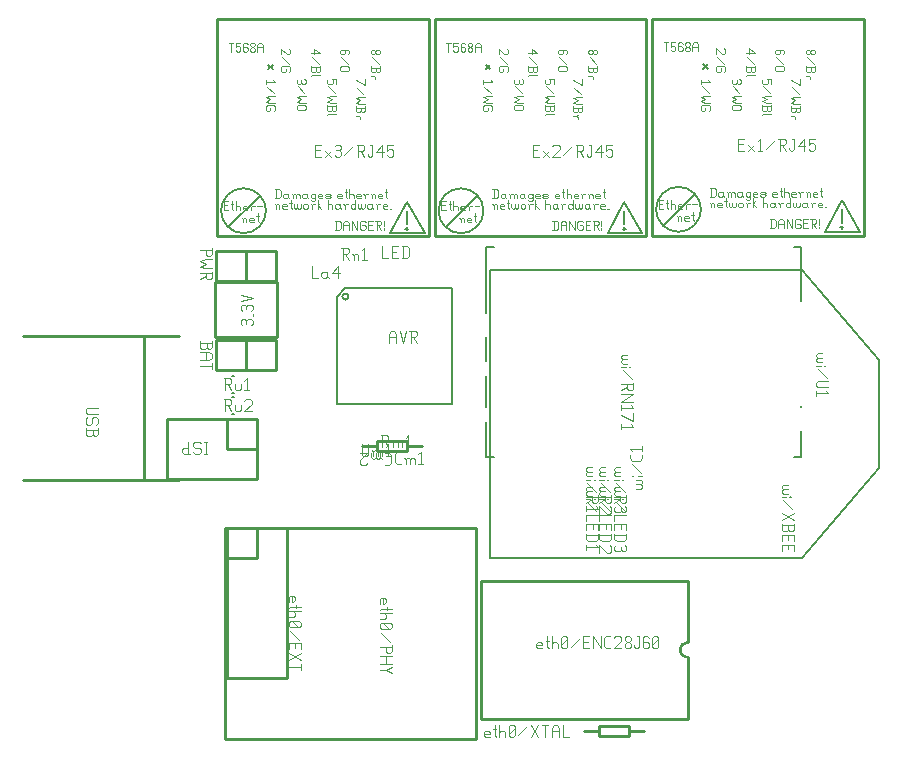
<source format=gbr>
G04 start of page 8 for group -4079 idx -4079 *
G04 Title: (unknown), topsilk *
G04 Creator: pcb 1.99z *
G04 CreationDate: Sun 16 Nov 2014 06:19:35 AM GMT UTC *
G04 For: commonadmin *
G04 Format: Gerber/RS-274X *
G04 PCB-Dimensions (mil): 4500.00 4500.00 *
G04 PCB-Coordinate-Origin: lower left *
%MOIN*%
%FSLAX25Y25*%
%LNTOPSILK*%
%ADD125C,0.0050*%
%ADD124C,0.0040*%
%ADD123C,0.0080*%
%ADD122C,0.0030*%
%ADD121C,0.0060*%
%ADD120C,0.0100*%
G54D120*X65230Y420469D02*Y376965D01*
G54D121*X69000Y380000D02*X79500Y390500D01*
G54D120*X135702Y420430D02*Y449406D01*
X120781D01*
X137730Y420430D02*Y449406D01*
G54D121*X82198Y432674D02*X83773Y434249D01*
X82198D02*X83773Y432674D01*
G54D120*X77986Y449406D02*X122986D01*
X65230D02*X79009D01*
X65230Y420430D02*Y449406D01*
X137730D02*X151509D01*
X65230Y376965D02*X135702D01*
X137730D02*X208202D01*
X135702Y420469D02*Y376965D01*
X137730Y420469D02*Y376965D01*
G54D121*X128500Y380000D02*Y379000D01*
X128000Y379500D02*X129000D01*
X128500Y381000D02*Y385500D01*
Y388500D02*X123000Y378000D01*
X134500D02*X128500Y388500D01*
X123000Y378000D02*X134500D01*
X141500Y380000D02*X152000Y390500D01*
G54D120*X208202Y420469D02*Y376965D01*
X210250Y420509D02*Y377006D01*
G54D121*X201000Y380000D02*Y379000D01*
X200500Y379500D02*X201500D01*
X201000Y381000D02*Y385500D01*
Y388500D02*X195500Y378000D01*
X207000D02*X201000Y388500D01*
X195500Y378000D02*X207000D01*
X214000Y380500D02*X224500Y391000D01*
X273500Y380500D02*Y379500D01*
G54D120*X280722Y420509D02*Y377006D01*
G54D121*X273000Y380000D02*X274000D01*
G54D120*X210250Y377006D02*X280722D01*
G54D121*X273500Y381500D02*Y386000D01*
Y389000D02*X268000Y378500D01*
X279500D02*X273500Y389000D01*
X268000Y378500D02*X279500D01*
X154698Y432674D02*X156273Y434249D01*
X154698D02*X156273Y432674D01*
G54D120*X208202Y420430D02*Y449406D01*
X193281D01*
X150486D02*X195486D01*
X223006Y449446D02*X268006D01*
X210250D02*X224030D01*
G54D121*X227219Y432714D02*X228793Y434289D01*
X227219D02*X228793Y432714D01*
G54D120*X280722Y420470D02*Y449446D01*
X265801D01*
X210250Y420470D02*Y449446D01*
G54D121*X146500Y378000D02*G75*G03X154000Y385500I0J7500D01*G01*
X139000D02*G75*G03X146500Y378000I7500J0D01*G01*
Y393000D02*G75*G03X139000Y385500I0J-7500D01*G01*
X154000D02*G75*G03X146500Y393000I-7500J0D01*G01*
X74000Y378000D02*G75*G03X81500Y385500I0J7500D01*G01*
X66500D02*G75*G03X74000Y378000I7500J0D01*G01*
Y393000D02*G75*G03X66500Y385500I0J-7500D01*G01*
X81500D02*G75*G03X74000Y393000I-7500J0D01*G01*
X226500Y386000D02*G75*G03X219000Y393500I-7500J0D01*G01*
Y378500D02*G75*G03X226500Y386000I0J7500D01*G01*
X211500D02*G75*G03X219000Y378500I7500J0D01*G01*
Y393500D02*G75*G03X211500Y386000I0J-7500D01*G01*
G54D122*X156341Y428934D02*X156941Y428334D01*
X153941D02*X156941D01*
X153941Y428934D02*Y427809D01*
X154316Y426909D02*X156566Y424659D01*
X155441Y423759D02*X156941D01*
X155441D02*X153941Y423384D01*
X155441Y422634D01*
X153941Y421884D01*
X155441Y421509D01*
X156941D01*
Y419109D02*X156566Y418734D01*
X156941Y420234D02*Y419109D01*
X156566Y420609D02*X156941Y420234D01*
X154316Y420609D02*X156566D01*
X154316D02*X153941Y420234D01*
Y419109D01*
X154316Y418734D01*
X155066D01*
X155441Y419109D02*X155066Y418734D01*
X155441Y419859D02*Y419109D01*
X161684Y439564D02*X162059Y439189D01*
Y438064D01*
X161684Y437689D01*
X160934D02*X161684D01*
X159059Y439564D02*X160934Y437689D01*
X159059Y439564D02*Y437689D01*
X159434Y436789D02*X161684Y434539D01*
X162059Y432139D02*X161684Y431764D01*
X162059Y433264D02*Y432139D01*
X161684Y433639D02*X162059Y433264D01*
X159434Y433639D02*X161684D01*
X159434D02*X159059Y433264D01*
Y432139D01*
X159434Y431764D01*
X160184D01*
X160559Y432139D02*X160184Y431764D01*
X160559Y432889D02*Y432139D01*
X166802Y429328D02*X167177Y428953D01*
Y428203D01*
X166802Y427828D01*
X164177Y428203D02*X164552Y427828D01*
X164177Y428953D02*Y428203D01*
X164552Y429328D02*X164177Y428953D01*
X165827D02*Y428203D01*
X166202Y427828D02*X166802D01*
X164552D02*X165452D01*
X165827Y428203D01*
X166202Y427828D02*X165827Y428203D01*
X164552Y426928D02*X166802Y424678D01*
X165677Y423778D02*X167177D01*
X165677D02*X164177Y423403D01*
X165677Y422653D01*
X164177Y421903D01*
X165677Y421528D01*
X167177D01*
X164552Y420628D02*X166802D01*
X167177Y420253D01*
Y419503D01*
X166802Y419128D01*
X164552D02*X166802D01*
X164177Y419503D02*X164552Y419128D01*
X164177Y420253D02*Y419503D01*
X164552Y420628D02*X164177Y420253D01*
X170026Y439564D02*X171901Y438064D01*
X170026Y439564D02*Y437689D01*
X168901Y438064D02*X171901D01*
X169276Y436789D02*X171526Y434539D01*
X168901Y433639D02*Y432139D01*
X169276Y431764D01*
X170176D01*
X170551Y432139D02*X170176Y431764D01*
X170551Y433264D02*Y432139D01*
X168901Y433264D02*X171901D01*
Y433639D02*Y432139D01*
X171526Y431764D01*
X170926D02*X171526D01*
X170551Y432139D02*X170926Y431764D01*
X169276Y430864D02*X171901D01*
X169276D02*X168901Y430489D01*
X177413Y429328D02*Y427828D01*
X175913Y429328D02*X177413D01*
X175913D02*X176288Y428953D01*
Y428203D01*
X175913Y427828D01*
X174788D02*X175913D01*
X174413Y428203D02*X174788Y427828D01*
X174413Y428953D02*Y428203D01*
X174788Y429328D02*X174413Y428953D01*
X174788Y426928D02*X177038Y424678D01*
X175913Y423778D02*X177413D01*
X175913D02*X174413Y423403D01*
X175913Y422653D01*
X174413Y421903D01*
X175913Y421528D01*
X177413D01*
X174413Y420628D02*Y419128D01*
X174788Y418753D01*
X175688D01*
X176063Y419128D02*X175688Y418753D01*
X176063Y420253D02*Y419128D01*
X174413Y420253D02*X177413D01*
Y420628D02*Y419128D01*
X177038Y418753D01*
X176438D02*X177038D01*
X176063Y419128D02*X176438Y418753D01*
X174788Y417853D02*X177413D01*
X174788D02*X174413Y417478D01*
X181744Y438045D02*X181369Y437670D01*
X181744Y438795D02*Y438045D01*
X181369Y439170D02*X181744Y438795D01*
X179119Y439170D02*X181369D01*
X179119D02*X178744Y438795D01*
X180394Y438045D02*X180019Y437670D01*
X180394Y439170D02*Y438045D01*
X178744Y438795D02*Y438045D01*
X179119Y437670D01*
X180019D01*
X179119Y436770D02*X181369Y434520D01*
X179119Y433620D02*X181369D01*
X181744Y433245D01*
Y432495D01*
X181369Y432120D01*
X179119D02*X181369D01*
X178744Y432495D02*X179119Y432120D01*
X178744Y433245D02*Y432495D01*
X179119Y433620D02*X178744Y433245D01*
X189355Y439170D02*X188980Y438795D01*
X189355Y439170D02*X189955D01*
X190480Y438645D01*
Y438195D01*
X189955Y437670D01*
X189355D02*X189955D01*
X188980Y438045D02*X189355Y437670D01*
X188980Y438795D02*Y438045D01*
X191005Y439170D02*X190480Y438645D01*
X191005Y439170D02*X191605D01*
X191980Y438795D01*
Y438045D01*
X191605Y437670D01*
X191005D02*X191605D01*
X190480Y438195D02*X191005Y437670D01*
X189355Y436770D02*X191605Y434520D01*
X188980Y433620D02*Y432120D01*
X189355Y431745D01*
X190255D01*
X190630Y432120D02*X190255Y431745D01*
X190630Y433245D02*Y432120D01*
X188980Y433245D02*X191980D01*
Y433620D02*Y432120D01*
X191605Y431745D01*
X191005D02*X191605D01*
X190630Y432120D02*X191005Y431745D01*
X188980Y430470D02*X190105D01*
X190480Y430095D01*
Y429345D01*
Y430845D02*X190105Y430470D01*
X234204Y439604D02*X234579Y439229D01*
Y438104D01*
X234204Y437729D01*
X233454D02*X234204D01*
X231579Y439604D02*X233454Y437729D01*
X231579Y439604D02*Y437729D01*
X231954Y436829D02*X234204Y434579D01*
X234579Y432179D02*X234204Y431804D01*
X234579Y433304D02*Y432179D01*
X234204Y433679D02*X234579Y433304D01*
X231954Y433679D02*X234204D01*
X231954D02*X231579Y433304D01*
Y432179D01*
X231954Y431804D01*
X232704D01*
X233079Y432179D02*X232704Y431804D01*
X233079Y432929D02*Y432179D01*
X242546Y439604D02*X244421Y438104D01*
X242546Y439604D02*Y437729D01*
X241421Y438104D02*X244421D01*
X241796Y436829D02*X244046Y434579D01*
X241421Y433679D02*Y432179D01*
X241796Y431804D01*
X242696D01*
X243071Y432179D02*X242696Y431804D01*
X243071Y433304D02*Y432179D01*
X241421Y433304D02*X244421D01*
Y433679D02*Y432179D01*
X244046Y431804D01*
X243446D02*X244046D01*
X243071Y432179D02*X243446Y431804D01*
X241796Y430904D02*X244421D01*
X241796D02*X241421Y430529D01*
X254264Y438085D02*X253889Y437710D01*
X254264Y438835D02*Y438085D01*
X253889Y439210D02*X254264Y438835D01*
X251639Y439210D02*X253889D01*
X251639D02*X251264Y438835D01*
X252914Y438085D02*X252539Y437710D01*
X252914Y439210D02*Y438085D01*
X251264Y438835D02*Y438085D01*
X251639Y437710D01*
X252539D01*
X251639Y436810D02*X253889Y434560D01*
X251639Y433660D02*X253889D01*
X254264Y433285D01*
Y432535D01*
X253889Y432160D01*
X251639D02*X253889D01*
X251264Y432535D02*X251639Y432160D01*
X251264Y433285D02*Y432535D01*
X251639Y433660D02*X251264Y433285D01*
X261875Y439210D02*X261500Y438835D01*
X261875Y439210D02*X262475D01*
X263000Y438685D01*
Y438235D01*
X262475Y437710D01*
X261875D02*X262475D01*
X261500Y438085D02*X261875Y437710D01*
X261500Y438835D02*Y438085D01*
X263525Y439210D02*X263000Y438685D01*
X263525Y439210D02*X264125D01*
X264500Y438835D01*
Y438085D01*
X264125Y437710D01*
X263525D02*X264125D01*
X263000Y438235D02*X263525Y437710D01*
X261875Y436810D02*X264125Y434560D01*
X261500Y433660D02*Y432160D01*
X261875Y431785D01*
X262775D01*
X263150Y432160D02*X262775Y431785D01*
X263150Y433285D02*Y432160D01*
X261500Y433285D02*X264500D01*
Y433660D02*Y432160D01*
X264125Y431785D01*
X263525D02*X264125D01*
X263150Y432160D02*X263525Y431785D01*
X261500Y430510D02*X262625D01*
X263000Y430135D01*
Y429385D01*
Y430885D02*X262625Y430510D01*
X214069Y441610D02*X215569D01*
X214819D02*Y438610D01*
X216469Y441610D02*X217969D01*
X216469D02*Y440110D01*
X216844Y440485D01*
X217594D01*
X217969Y440110D01*
Y438985D01*
X217594Y438610D02*X217969Y438985D01*
X216844Y438610D02*X217594D01*
X216469Y438985D02*X216844Y438610D01*
X219994Y441610D02*X220369Y441235D01*
X219244Y441610D02*X219994D01*
X218869Y441235D02*X219244Y441610D01*
X218869Y441235D02*Y438985D01*
X219244Y438610D01*
X219994Y440260D02*X220369Y439885D01*
X218869Y440260D02*X219994D01*
X219244Y438610D02*X219994D01*
X220369Y438985D01*
Y439885D02*Y438985D01*
X221269D02*X221644Y438610D01*
X221269Y439585D02*Y438985D01*
Y439585D02*X221794Y440110D01*
X222244D01*
X222769Y439585D01*
Y438985D01*
X222394Y438610D02*X222769Y438985D01*
X221644Y438610D02*X222394D01*
X221269Y440635D02*X221794Y440110D01*
X221269Y441235D02*Y440635D01*
Y441235D02*X221644Y441610D01*
X222394D01*
X222769Y441235D01*
Y440635D01*
X222244Y440110D02*X222769Y440635D01*
X223669Y440860D02*Y438610D01*
Y440860D02*X224194Y441610D01*
X225019D01*
X225544Y440860D01*
Y438610D01*
X223669Y440110D02*X225544D01*
X183862Y428953D02*X186862Y427453D01*
Y429328D02*Y427453D01*
X184237Y426553D02*X186487Y424303D01*
X185362Y423403D02*X186862D01*
X185362D02*X183862Y423028D01*
X185362Y422278D01*
X183862Y421528D01*
X185362Y421153D01*
X186862D01*
X183862Y420253D02*Y418753D01*
X184237Y418378D01*
X185137D01*
X185512Y418753D02*X185137Y418378D01*
X185512Y419878D02*Y418753D01*
X183862Y419878D02*X186862D01*
Y420253D02*Y418753D01*
X186487Y418378D01*
X185887D02*X186487D01*
X185512Y418753D02*X185887Y418378D01*
X183862Y417103D02*X184987D01*
X185362Y416728D01*
Y415978D01*
Y417478D02*X184987Y417103D01*
X256382Y428993D02*X259382Y427493D01*
Y429368D02*Y427493D01*
X256757Y426593D02*X259007Y424343D01*
X257882Y423443D02*X259382D01*
X257882D02*X256382Y423068D01*
X257882Y422318D01*
X256382Y421568D01*
X257882Y421193D01*
X259382D01*
X256382Y420293D02*Y418793D01*
X256757Y418418D01*
X257657D01*
X258032Y418793D02*X257657Y418418D01*
X258032Y419918D02*Y418793D01*
X256382Y419918D02*X259382D01*
Y420293D02*Y418793D01*
X259007Y418418D01*
X258407D02*X259007D01*
X258032Y418793D02*X258407Y418418D01*
X256382Y417143D02*X257507D01*
X257882Y416768D01*
Y416018D01*
Y417518D02*X257507Y417143D01*
X249933Y429368D02*Y427868D01*
X248433Y429368D02*X249933D01*
X248433D02*X248808Y428993D01*
Y428243D01*
X248433Y427868D01*
X247308D02*X248433D01*
X246933Y428243D02*X247308Y427868D01*
X246933Y428993D02*Y428243D01*
X247308Y429368D02*X246933Y428993D01*
X247308Y426968D02*X249558Y424718D01*
X248433Y423818D02*X249933D01*
X248433D02*X246933Y423443D01*
X248433Y422693D01*
X246933Y421943D01*
X248433Y421568D01*
X249933D01*
X246933Y420668D02*Y419168D01*
X247308Y418793D01*
X248208D01*
X248583Y419168D02*X248208Y418793D01*
X248583Y420293D02*Y419168D01*
X246933Y420293D02*X249933D01*
Y420668D02*Y419168D01*
X249558Y418793D01*
X248958D02*X249558D01*
X248583Y419168D02*X248958Y418793D01*
X247308Y417893D02*X249933D01*
X247308D02*X246933Y417518D01*
X239322Y429368D02*X239697Y428993D01*
Y428243D01*
X239322Y427868D01*
X236697Y428243D02*X237072Y427868D01*
X236697Y428993D02*Y428243D01*
X237072Y429368D02*X236697Y428993D01*
X238347D02*Y428243D01*
X238722Y427868D02*X239322D01*
X237072D02*X237972D01*
X238347Y428243D01*
X238722Y427868D02*X238347Y428243D01*
X237072Y426968D02*X239322Y424718D01*
X238197Y423818D02*X239697D01*
X238197D02*X236697Y423443D01*
X238197Y422693D01*
X236697Y421943D01*
X238197Y421568D01*
X239697D01*
X237072Y420668D02*X239322D01*
X239697Y420293D01*
Y419543D01*
X239322Y419168D01*
X237072D02*X239322D01*
X236697Y419543D02*X237072Y419168D01*
X236697Y420293D02*Y419543D01*
X237072Y420668D02*X236697Y420293D01*
X228861Y428974D02*X229461Y428374D01*
X226461D02*X229461D01*
X226461Y428974D02*Y427849D01*
X226836Y426949D02*X229086Y424699D01*
X227961Y423799D02*X229461D01*
X227961D02*X226461Y423424D01*
X227961Y422674D01*
X226461Y421924D01*
X227961Y421549D01*
X229461D01*
Y419149D02*X229086Y418774D01*
X229461Y420274D02*Y419149D01*
X229086Y420649D02*X229461Y420274D01*
X226836Y420649D02*X229086D01*
X226836D02*X226461Y420274D01*
Y419149D01*
X226836Y418774D01*
X227586D01*
X227961Y419149D02*X227586Y418774D01*
X227961Y419899D02*Y419149D01*
X141549Y441570D02*X143049D01*
X142299D02*Y438570D01*
X143949Y441570D02*X145449D01*
X143949D02*Y440070D01*
X144324Y440445D01*
X145074D01*
X145449Y440070D01*
Y438945D01*
X145074Y438570D02*X145449Y438945D01*
X144324Y438570D02*X145074D01*
X143949Y438945D02*X144324Y438570D01*
X147474Y441570D02*X147849Y441195D01*
X146724Y441570D02*X147474D01*
X146349Y441195D02*X146724Y441570D01*
X146349Y441195D02*Y438945D01*
X146724Y438570D01*
X147474Y440220D02*X147849Y439845D01*
X146349Y440220D02*X147474D01*
X146724Y438570D02*X147474D01*
X147849Y438945D01*
Y439845D02*Y438945D01*
X148749D02*X149124Y438570D01*
X148749Y439545D02*Y438945D01*
Y439545D02*X149274Y440070D01*
X149724D01*
X150249Y439545D01*
Y438945D01*
X149874Y438570D02*X150249Y438945D01*
X149124Y438570D02*X149874D01*
X148749Y440595D02*X149274Y440070D01*
X148749Y441195D02*Y440595D01*
Y441195D02*X149124Y441570D01*
X149874D01*
X150249Y441195D01*
Y440595D01*
X149724Y440070D02*X150249Y440595D01*
X151149Y440820D02*Y438570D01*
Y440820D02*X151674Y441570D01*
X152499D01*
X153024Y440820D01*
Y438570D01*
X151149Y440070D02*X153024D01*
X157375Y387375D02*Y386250D01*
Y387375D02*X157750Y387750D01*
X158125D01*
X158500Y387375D01*
Y386250D01*
X157000Y387750D02*X157375Y387375D01*
X159775Y386250D02*X160900D01*
X159400Y386625D02*X159775Y386250D01*
X159400Y387375D02*Y386625D01*
Y387375D02*X159775Y387750D01*
X160525D01*
X160900Y387375D01*
X159400Y387000D02*X160900D01*
Y387375D02*Y387000D01*
X162175Y389250D02*Y386625D01*
X162550Y386250D01*
X161800Y388125D02*X162550D01*
X163300Y387750D02*Y386625D01*
X163675Y386250D01*
X164050D01*
X164425Y386625D01*
Y387750D02*Y386625D01*
X164800Y386250D01*
X165175D01*
X165550Y386625D01*
Y387750D02*Y386625D01*
X166450Y387375D02*Y386625D01*
Y387375D02*X166825Y387750D01*
X167575D01*
X167950Y387375D01*
Y386625D01*
X167575Y386250D02*X167950Y386625D01*
X166825Y386250D02*X167575D01*
X166450Y386625D02*X166825Y386250D01*
X169225Y387375D02*Y386250D01*
Y387375D02*X169600Y387750D01*
X170350D01*
X168850D02*X169225Y387375D01*
X171250Y389250D02*Y386250D01*
Y387375D02*X172375Y386250D01*
X171250Y387375D02*X172000Y388125D01*
X174625Y389250D02*Y386250D01*
Y387375D02*X175000Y387750D01*
X175750D01*
X176125Y387375D01*
Y386250D01*
X178150Y387750D02*X178525Y387375D01*
X177400Y387750D02*X178150D01*
X177025Y387375D02*X177400Y387750D01*
X177025Y387375D02*Y386625D01*
X177400Y386250D01*
X178525Y387750D02*Y386625D01*
X178900Y386250D01*
X177400D02*X178150D01*
X178525Y386625D01*
X180175Y387375D02*Y386250D01*
Y387375D02*X180550Y387750D01*
X181300D01*
X179800D02*X180175Y387375D01*
X183700Y389250D02*Y386250D01*
X183325D02*X183700Y386625D01*
X182575Y386250D02*X183325D01*
X182200Y386625D02*X182575Y386250D01*
X182200Y387375D02*Y386625D01*
Y387375D02*X182575Y387750D01*
X183325D01*
X183700Y387375D01*
X184600Y387750D02*Y386625D01*
X184975Y386250D01*
X185350D01*
X185725Y386625D01*
Y387750D02*Y386625D01*
X186100Y386250D01*
X186475D01*
X186850Y386625D01*
Y387750D02*Y386625D01*
X188875Y387750D02*X189250Y387375D01*
X188125Y387750D02*X188875D01*
X187750Y387375D02*X188125Y387750D01*
X187750Y387375D02*Y386625D01*
X188125Y386250D01*
X189250Y387750D02*Y386625D01*
X189625Y386250D01*
X188125D02*X188875D01*
X189250Y386625D01*
X190900Y387375D02*Y386250D01*
Y387375D02*X191275Y387750D01*
X192025D01*
X190525D02*X190900Y387375D01*
X193300Y386250D02*X194425D01*
X192925Y386625D02*X193300Y386250D01*
X192925Y387375D02*Y386625D01*
Y387375D02*X193300Y387750D01*
X194050D01*
X194425Y387375D01*
X192925Y387000D02*X194425D01*
Y387375D02*Y387000D01*
X195325Y386250D02*X195700D01*
X177375Y382250D02*Y379250D01*
X178350Y382250D02*X178875Y381725D01*
Y379775D01*
X178350Y379250D02*X178875Y379775D01*
X177000Y379250D02*X178350D01*
X177000Y382250D02*X178350D01*
X179775Y381500D02*Y379250D01*
Y381500D02*X180300Y382250D01*
X181125D01*
X181650Y381500D01*
Y379250D01*
X179775Y380750D02*X181650D01*
X182550Y382250D02*Y379250D01*
Y382250D02*X184425Y379250D01*
Y382250D02*Y379250D01*
X186825Y382250D02*X187200Y381875D01*
X185700Y382250D02*X186825D01*
X185325Y381875D02*X185700Y382250D01*
X185325Y381875D02*Y379625D01*
X185700Y379250D01*
X186825D01*
X187200Y379625D01*
Y380375D02*Y379625D01*
X186825Y380750D02*X187200Y380375D01*
X186075Y380750D02*X186825D01*
X188100Y380900D02*X189225D01*
X188100Y379250D02*X189600D01*
X188100Y382250D02*Y379250D01*
Y382250D02*X189600D01*
X190500D02*X192000D01*
X192375Y381875D01*
Y381125D01*
X192000Y380750D02*X192375Y381125D01*
X190875Y380750D02*X192000D01*
X190875Y382250D02*Y379250D01*
X191475Y380750D02*X192375Y379250D01*
X193275Y379625D02*Y379250D01*
Y382250D02*Y380375D01*
X146375Y382875D02*Y381750D01*
Y382875D02*X146750Y383250D01*
X147125D01*
X147500Y382875D01*
Y381750D01*
X146000Y383250D02*X146375Y382875D01*
X148775Y381750D02*X149900D01*
X148400Y382125D02*X148775Y381750D01*
X148400Y382875D02*Y382125D01*
Y382875D02*X148775Y383250D01*
X149525D01*
X149900Y382875D01*
X148400Y382500D02*X149900D01*
Y382875D02*Y382500D01*
X151175Y384750D02*Y382125D01*
X151550Y381750D01*
X150800Y383625D02*X151550D01*
X140000Y387400D02*X141125D01*
X140000Y385750D02*X141500D01*
X140000Y388750D02*Y385750D01*
Y388750D02*X141500D01*
X142775D02*Y386125D01*
X143150Y385750D01*
X142400Y387625D02*X143150D01*
X143900Y388750D02*Y385750D01*
Y386875D02*X144275Y387250D01*
X145025D01*
X145400Y386875D01*
Y385750D01*
X146675D02*X147800D01*
X146300Y386125D02*X146675Y385750D01*
X146300Y386875D02*Y386125D01*
Y386875D02*X146675Y387250D01*
X147425D01*
X147800Y386875D01*
X146300Y386500D02*X147800D01*
Y386875D02*Y386500D01*
X149075Y386875D02*Y385750D01*
Y386875D02*X149450Y387250D01*
X150200D01*
X148700D02*X149075Y386875D01*
X151100Y387250D02*X152600D01*
X157375Y392750D02*Y389750D01*
X158350Y392750D02*X158875Y392225D01*
Y390275D01*
X158350Y389750D02*X158875Y390275D01*
X157000Y389750D02*X158350D01*
X157000Y392750D02*X158350D01*
X160900Y391250D02*X161275Y390875D01*
X160150Y391250D02*X160900D01*
X159775Y390875D02*X160150Y391250D01*
X159775Y390875D02*Y390125D01*
X160150Y389750D01*
X161275Y391250D02*Y390125D01*
X161650Y389750D01*
X160150D02*X160900D01*
X161275Y390125D01*
X162925Y390875D02*Y389750D01*
Y390875D02*X163300Y391250D01*
X163675D01*
X164050Y390875D01*
Y389750D01*
Y390875D02*X164425Y391250D01*
X164800D01*
X165175Y390875D01*
Y389750D01*
X162550Y391250D02*X162925Y390875D01*
X167200Y391250D02*X167575Y390875D01*
X166450Y391250D02*X167200D01*
X166075Y390875D02*X166450Y391250D01*
X166075Y390875D02*Y390125D01*
X166450Y389750D01*
X167575Y391250D02*Y390125D01*
X167950Y389750D01*
X166450D02*X167200D01*
X167575Y390125D01*
X169975Y391250D02*X170350Y390875D01*
X169225Y391250D02*X169975D01*
X168850Y390875D02*X169225Y391250D01*
X168850Y390875D02*Y390125D01*
X169225Y389750D01*
X169975D01*
X170350Y390125D01*
X168850Y389000D02*X169225Y388625D01*
X169975D01*
X170350Y389000D01*
Y391250D02*Y389000D01*
X171625Y389750D02*X172750D01*
X171250Y390125D02*X171625Y389750D01*
X171250Y390875D02*Y390125D01*
Y390875D02*X171625Y391250D01*
X172375D01*
X172750Y390875D01*
X171250Y390500D02*X172750D01*
Y390875D02*Y390500D01*
X174025Y389750D02*X175150D01*
X175525Y390125D01*
X175150Y390500D02*X175525Y390125D01*
X174025Y390500D02*X175150D01*
X173650Y390875D02*X174025Y390500D01*
X173650Y390875D02*X174025Y391250D01*
X175150D01*
X175525Y390875D01*
X173650Y390125D02*X174025Y389750D01*
X178150D02*X179275D01*
X177775Y390125D02*X178150Y389750D01*
X177775Y390875D02*Y390125D01*
Y390875D02*X178150Y391250D01*
X178900D01*
X179275Y390875D01*
X177775Y390500D02*X179275D01*
Y390875D02*Y390500D01*
X180550Y392750D02*Y390125D01*
X180925Y389750D01*
X180175Y391625D02*X180925D01*
X181675Y392750D02*Y389750D01*
Y390875D02*X182050Y391250D01*
X182800D01*
X183175Y390875D01*
Y389750D01*
X184450D02*X185575D01*
X184075Y390125D02*X184450Y389750D01*
X184075Y390875D02*Y390125D01*
Y390875D02*X184450Y391250D01*
X185200D01*
X185575Y390875D01*
X184075Y390500D02*X185575D01*
Y390875D02*Y390500D01*
X186850Y390875D02*Y389750D01*
Y390875D02*X187225Y391250D01*
X187975D01*
X186475D02*X186850Y390875D01*
X189250D02*Y389750D01*
Y390875D02*X189625Y391250D01*
X190000D01*
X190375Y390875D01*
Y389750D01*
X188875Y391250D02*X189250Y390875D01*
X191650Y389750D02*X192775D01*
X191275Y390125D02*X191650Y389750D01*
X191275Y390875D02*Y390125D01*
Y390875D02*X191650Y391250D01*
X192400D01*
X192775Y390875D01*
X191275Y390500D02*X192775D01*
Y390875D02*Y390500D01*
X194050Y392750D02*Y390125D01*
X194425Y389750D01*
X193675Y391625D02*X194425D01*
X229875Y387875D02*Y386750D01*
Y387875D02*X230250Y388250D01*
X230625D01*
X231000Y387875D01*
Y386750D01*
X229500Y388250D02*X229875Y387875D01*
X232275Y386750D02*X233400D01*
X231900Y387125D02*X232275Y386750D01*
X231900Y387875D02*Y387125D01*
Y387875D02*X232275Y388250D01*
X233025D01*
X233400Y387875D01*
X231900Y387500D02*X233400D01*
Y387875D02*Y387500D01*
X234675Y389750D02*Y387125D01*
X235050Y386750D01*
X234300Y388625D02*X235050D01*
X235800Y388250D02*Y387125D01*
X236175Y386750D01*
X236550D01*
X236925Y387125D01*
Y388250D02*Y387125D01*
X237300Y386750D01*
X237675D01*
X238050Y387125D01*
Y388250D02*Y387125D01*
X238950Y387875D02*Y387125D01*
Y387875D02*X239325Y388250D01*
X240075D01*
X240450Y387875D01*
Y387125D01*
X240075Y386750D02*X240450Y387125D01*
X239325Y386750D02*X240075D01*
X238950Y387125D02*X239325Y386750D01*
X241725Y387875D02*Y386750D01*
Y387875D02*X242100Y388250D01*
X242850D01*
X241350D02*X241725Y387875D01*
X243750Y389750D02*Y386750D01*
Y387875D02*X244875Y386750D01*
X243750Y387875D02*X244500Y388625D01*
X247125Y389750D02*Y386750D01*
Y387875D02*X247500Y388250D01*
X248250D01*
X248625Y387875D01*
Y386750D01*
X250650Y388250D02*X251025Y387875D01*
X249900Y388250D02*X250650D01*
X249525Y387875D02*X249900Y388250D01*
X249525Y387875D02*Y387125D01*
X249900Y386750D01*
X251025Y388250D02*Y387125D01*
X251400Y386750D01*
X249900D02*X250650D01*
X251025Y387125D01*
X252675Y387875D02*Y386750D01*
Y387875D02*X253050Y388250D01*
X253800D01*
X252300D02*X252675Y387875D01*
X256200Y389750D02*Y386750D01*
X255825D02*X256200Y387125D01*
X255075Y386750D02*X255825D01*
X254700Y387125D02*X255075Y386750D01*
X254700Y387875D02*Y387125D01*
Y387875D02*X255075Y388250D01*
X255825D01*
X256200Y387875D01*
X257100Y388250D02*Y387125D01*
X257475Y386750D01*
X257850D01*
X258225Y387125D01*
Y388250D02*Y387125D01*
X258600Y386750D01*
X258975D01*
X259350Y387125D01*
Y388250D02*Y387125D01*
X261375Y388250D02*X261750Y387875D01*
X260625Y388250D02*X261375D01*
X260250Y387875D02*X260625Y388250D01*
X260250Y387875D02*Y387125D01*
X260625Y386750D01*
X261750Y388250D02*Y387125D01*
X262125Y386750D01*
X260625D02*X261375D01*
X261750Y387125D01*
X263400Y387875D02*Y386750D01*
Y387875D02*X263775Y388250D01*
X264525D01*
X263025D02*X263400Y387875D01*
X265800Y386750D02*X266925D01*
X265425Y387125D02*X265800Y386750D01*
X265425Y387875D02*Y387125D01*
Y387875D02*X265800Y388250D01*
X266550D01*
X266925Y387875D01*
X265425Y387500D02*X266925D01*
Y387875D02*Y387500D01*
X267825Y386750D02*X268200D01*
X229875Y393250D02*Y390250D01*
X230850Y393250D02*X231375Y392725D01*
Y390775D01*
X230850Y390250D02*X231375Y390775D01*
X229500Y390250D02*X230850D01*
X229500Y393250D02*X230850D01*
X233400Y391750D02*X233775Y391375D01*
X232650Y391750D02*X233400D01*
X232275Y391375D02*X232650Y391750D01*
X232275Y391375D02*Y390625D01*
X232650Y390250D01*
X233775Y391750D02*Y390625D01*
X234150Y390250D01*
X232650D02*X233400D01*
X233775Y390625D01*
X235425Y391375D02*Y390250D01*
Y391375D02*X235800Y391750D01*
X236175D01*
X236550Y391375D01*
Y390250D01*
Y391375D02*X236925Y391750D01*
X237300D01*
X237675Y391375D01*
Y390250D01*
X235050Y391750D02*X235425Y391375D01*
X239700Y391750D02*X240075Y391375D01*
X238950Y391750D02*X239700D01*
X238575Y391375D02*X238950Y391750D01*
X238575Y391375D02*Y390625D01*
X238950Y390250D01*
X240075Y391750D02*Y390625D01*
X240450Y390250D01*
X238950D02*X239700D01*
X240075Y390625D01*
X242475Y391750D02*X242850Y391375D01*
X241725Y391750D02*X242475D01*
X241350Y391375D02*X241725Y391750D01*
X241350Y391375D02*Y390625D01*
X241725Y390250D01*
X242475D01*
X242850Y390625D01*
X241350Y389500D02*X241725Y389125D01*
X242475D01*
X242850Y389500D01*
Y391750D02*Y389500D01*
X244125Y390250D02*X245250D01*
X243750Y390625D02*X244125Y390250D01*
X243750Y391375D02*Y390625D01*
Y391375D02*X244125Y391750D01*
X244875D01*
X245250Y391375D01*
X243750Y391000D02*X245250D01*
Y391375D02*Y391000D01*
X246525Y390250D02*X247650D01*
X248025Y390625D01*
X247650Y391000D02*X248025Y390625D01*
X246525Y391000D02*X247650D01*
X246150Y391375D02*X246525Y391000D01*
X246150Y391375D02*X246525Y391750D01*
X247650D01*
X248025Y391375D01*
X246150Y390625D02*X246525Y390250D01*
X250650D02*X251775D01*
X250275Y390625D02*X250650Y390250D01*
X250275Y391375D02*Y390625D01*
Y391375D02*X250650Y391750D01*
X251400D01*
X251775Y391375D01*
X250275Y391000D02*X251775D01*
Y391375D02*Y391000D01*
X253050Y393250D02*Y390625D01*
X253425Y390250D01*
X252675Y392125D02*X253425D01*
X254175Y393250D02*Y390250D01*
Y391375D02*X254550Y391750D01*
X255300D01*
X255675Y391375D01*
Y390250D01*
X256950D02*X258075D01*
X256575Y390625D02*X256950Y390250D01*
X256575Y391375D02*Y390625D01*
Y391375D02*X256950Y391750D01*
X257700D01*
X258075Y391375D01*
X256575Y391000D02*X258075D01*
Y391375D02*Y391000D01*
X259350Y391375D02*Y390250D01*
Y391375D02*X259725Y391750D01*
X260475D01*
X258975D02*X259350Y391375D01*
X261750D02*Y390250D01*
Y391375D02*X262125Y391750D01*
X262500D01*
X262875Y391375D01*
Y390250D01*
X261375Y391750D02*X261750Y391375D01*
X264150Y390250D02*X265275D01*
X263775Y390625D02*X264150Y390250D01*
X263775Y391375D02*Y390625D01*
Y391375D02*X264150Y391750D01*
X264900D01*
X265275Y391375D01*
X263775Y391000D02*X265275D01*
Y391375D02*Y391000D01*
X266550Y393250D02*Y390625D01*
X266925Y390250D01*
X266175Y392125D02*X266925D01*
X249875Y382750D02*Y379750D01*
X250850Y382750D02*X251375Y382225D01*
Y380275D01*
X250850Y379750D02*X251375Y380275D01*
X249500Y379750D02*X250850D01*
X249500Y382750D02*X250850D01*
X252275Y382000D02*Y379750D01*
Y382000D02*X252800Y382750D01*
X253625D01*
X254150Y382000D01*
Y379750D01*
X252275Y381250D02*X254150D01*
X255050Y382750D02*Y379750D01*
Y382750D02*X256925Y379750D01*
Y382750D02*Y379750D01*
X259325Y382750D02*X259700Y382375D01*
X258200Y382750D02*X259325D01*
X257825Y382375D02*X258200Y382750D01*
X257825Y382375D02*Y380125D01*
X258200Y379750D01*
X259325D01*
X259700Y380125D01*
Y380875D02*Y380125D01*
X259325Y381250D02*X259700Y380875D01*
X258575Y381250D02*X259325D01*
X260600Y381400D02*X261725D01*
X260600Y379750D02*X262100D01*
X260600Y382750D02*Y379750D01*
Y382750D02*X262100D01*
X263000D02*X264500D01*
X264875Y382375D01*
Y381625D01*
X264500Y381250D02*X264875Y381625D01*
X263375Y381250D02*X264500D01*
X263375Y382750D02*Y379750D01*
X263975Y381250D02*X264875Y379750D01*
X265775Y380125D02*Y379750D01*
Y382750D02*Y380875D01*
X218875Y383375D02*Y382250D01*
Y383375D02*X219250Y383750D01*
X219625D01*
X220000Y383375D01*
Y382250D01*
X218500Y383750D02*X218875Y383375D01*
X221275Y382250D02*X222400D01*
X220900Y382625D02*X221275Y382250D01*
X220900Y383375D02*Y382625D01*
Y383375D02*X221275Y383750D01*
X222025D01*
X222400Y383375D01*
X220900Y383000D02*X222400D01*
Y383375D02*Y383000D01*
X223675Y385250D02*Y382625D01*
X224050Y382250D01*
X223300Y384125D02*X224050D01*
X212500Y387900D02*X213625D01*
X212500Y386250D02*X214000D01*
X212500Y389250D02*Y386250D01*
Y389250D02*X214000D01*
X215275D02*Y386625D01*
X215650Y386250D01*
X214900Y388125D02*X215650D01*
X216400Y389250D02*Y386250D01*
Y387375D02*X216775Y387750D01*
X217525D01*
X217900Y387375D01*
Y386250D01*
X219175D02*X220300D01*
X218800Y386625D02*X219175Y386250D01*
X218800Y387375D02*Y386625D01*
Y387375D02*X219175Y387750D01*
X219925D01*
X220300Y387375D01*
X218800Y387000D02*X220300D01*
Y387375D02*Y387000D01*
X221575Y387375D02*Y386250D01*
Y387375D02*X221950Y387750D01*
X222700D01*
X221200D02*X221575Y387375D01*
X223600Y387750D02*X225100D01*
X97526Y439564D02*X99401Y438064D01*
X97526Y439564D02*Y437689D01*
X96401Y438064D02*X99401D01*
X96776Y436789D02*X99026Y434539D01*
X96401Y433639D02*Y432139D01*
X96776Y431764D01*
X97676D01*
X98051Y432139D02*X97676Y431764D01*
X98051Y433264D02*Y432139D01*
X96401Y433264D02*X99401D01*
Y433639D02*Y432139D01*
X99026Y431764D01*
X98426D02*X99026D01*
X98051Y432139D02*X98426Y431764D01*
X96776Y430864D02*X99401D01*
X96776D02*X96401Y430489D01*
X104913Y429328D02*Y427828D01*
X103413Y429328D02*X104913D01*
X103413D02*X103788Y428953D01*
Y428203D01*
X103413Y427828D01*
X102288D02*X103413D01*
X101913Y428203D02*X102288Y427828D01*
X101913Y428953D02*Y428203D01*
X102288Y429328D02*X101913Y428953D01*
X102288Y426928D02*X104538Y424678D01*
X103413Y423778D02*X104913D01*
X103413D02*X101913Y423403D01*
X103413Y422653D01*
X101913Y421903D01*
X103413Y421528D01*
X104913D01*
X101913Y420628D02*Y419128D01*
X102288Y418753D01*
X103188D01*
X103563Y419128D02*X103188Y418753D01*
X103563Y420253D02*Y419128D01*
X101913Y420253D02*X104913D01*
Y420628D02*Y419128D01*
X104538Y418753D01*
X103938D02*X104538D01*
X103563Y419128D02*X103938Y418753D01*
X102288Y417853D02*X104913D01*
X102288D02*X101913Y417478D01*
X109244Y438045D02*X108869Y437670D01*
X109244Y438795D02*Y438045D01*
X108869Y439170D02*X109244Y438795D01*
X106619Y439170D02*X108869D01*
X106619D02*X106244Y438795D01*
X107894Y438045D02*X107519Y437670D01*
X107894Y439170D02*Y438045D01*
X106244Y438795D02*Y438045D01*
X106619Y437670D01*
X107519D01*
X106619Y436770D02*X108869Y434520D01*
X106619Y433620D02*X108869D01*
X109244Y433245D01*
Y432495D01*
X108869Y432120D01*
X106619D02*X108869D01*
X106244Y432495D02*X106619Y432120D01*
X106244Y433245D02*Y432495D01*
X106619Y433620D02*X106244Y433245D01*
X116855Y439170D02*X116480Y438795D01*
X116855Y439170D02*X117455D01*
X117980Y438645D01*
Y438195D01*
X117455Y437670D01*
X116855D02*X117455D01*
X116480Y438045D02*X116855Y437670D01*
X116480Y438795D02*Y438045D01*
X118505Y439170D02*X117980Y438645D01*
X118505Y439170D02*X119105D01*
X119480Y438795D01*
Y438045D01*
X119105Y437670D01*
X118505D02*X119105D01*
X117980Y438195D02*X118505Y437670D01*
X116855Y436770D02*X119105Y434520D01*
X116480Y433620D02*Y432120D01*
X116855Y431745D01*
X117755D01*
X118130Y432120D02*X117755Y431745D01*
X118130Y433245D02*Y432120D01*
X116480Y433245D02*X119480D01*
Y433620D02*Y432120D01*
X119105Y431745D01*
X118505D02*X119105D01*
X118130Y432120D02*X118505Y431745D01*
X116480Y430470D02*X117605D01*
X117980Y430095D01*
Y429345D01*
Y430845D02*X117605Y430470D01*
X83841Y428934D02*X84441Y428334D01*
X81441D02*X84441D01*
X81441Y428934D02*Y427809D01*
X81816Y426909D02*X84066Y424659D01*
X82941Y423759D02*X84441D01*
X82941D02*X81441Y423384D01*
X82941Y422634D01*
X81441Y421884D01*
X82941Y421509D01*
X84441D01*
Y419109D02*X84066Y418734D01*
X84441Y420234D02*Y419109D01*
X84066Y420609D02*X84441Y420234D01*
X81816Y420609D02*X84066D01*
X81816D02*X81441Y420234D01*
Y419109D01*
X81816Y418734D01*
X82566D01*
X82941Y419109D02*X82566Y418734D01*
X82941Y419859D02*Y419109D01*
X89184Y439564D02*X89559Y439189D01*
Y438064D01*
X89184Y437689D01*
X88434D02*X89184D01*
X86559Y439564D02*X88434Y437689D01*
X86559Y439564D02*Y437689D01*
X86934Y436789D02*X89184Y434539D01*
X89559Y432139D02*X89184Y431764D01*
X89559Y433264D02*Y432139D01*
X89184Y433639D02*X89559Y433264D01*
X86934Y433639D02*X89184D01*
X86934D02*X86559Y433264D01*
Y432139D01*
X86934Y431764D01*
X87684D01*
X88059Y432139D02*X87684Y431764D01*
X88059Y432889D02*Y432139D01*
X94302Y429328D02*X94677Y428953D01*
Y428203D01*
X94302Y427828D01*
X91677Y428203D02*X92052Y427828D01*
X91677Y428953D02*Y428203D01*
X92052Y429328D02*X91677Y428953D01*
X93327D02*Y428203D01*
X93702Y427828D02*X94302D01*
X92052D02*X92952D01*
X93327Y428203D01*
X93702Y427828D02*X93327Y428203D01*
X92052Y426928D02*X94302Y424678D01*
X93177Y423778D02*X94677D01*
X93177D02*X91677Y423403D01*
X93177Y422653D01*
X91677Y421903D01*
X93177Y421528D01*
X94677D01*
X92052Y420628D02*X94302D01*
X94677Y420253D01*
Y419503D01*
X94302Y419128D01*
X92052D02*X94302D01*
X91677Y419503D02*X92052Y419128D01*
X91677Y420253D02*Y419503D01*
X92052Y420628D02*X91677Y420253D01*
X111362Y428953D02*X114362Y427453D01*
Y429328D02*Y427453D01*
X111737Y426553D02*X113987Y424303D01*
X112862Y423403D02*X114362D01*
X112862D02*X111362Y423028D01*
X112862Y422278D01*
X111362Y421528D01*
X112862Y421153D01*
X114362D01*
X111362Y420253D02*Y418753D01*
X111737Y418378D01*
X112637D01*
X113012Y418753D02*X112637Y418378D01*
X113012Y419878D02*Y418753D01*
X111362Y419878D02*X114362D01*
Y420253D02*Y418753D01*
X113987Y418378D01*
X113387D02*X113987D01*
X113012Y418753D02*X113387Y418378D01*
X111362Y417103D02*X112487D01*
X112862Y416728D01*
Y415978D01*
Y417478D02*X112487Y417103D01*
X69049Y441570D02*X70549D01*
X69799D02*Y438570D01*
X71449Y441570D02*X72949D01*
X71449D02*Y440070D01*
X71824Y440445D01*
X72574D01*
X72949Y440070D01*
Y438945D01*
X72574Y438570D02*X72949Y438945D01*
X71824Y438570D02*X72574D01*
X71449Y438945D02*X71824Y438570D01*
X74974Y441570D02*X75349Y441195D01*
X74224Y441570D02*X74974D01*
X73849Y441195D02*X74224Y441570D01*
X73849Y441195D02*Y438945D01*
X74224Y438570D01*
X74974Y440220D02*X75349Y439845D01*
X73849Y440220D02*X74974D01*
X74224Y438570D02*X74974D01*
X75349Y438945D01*
Y439845D02*Y438945D01*
X76249D02*X76624Y438570D01*
X76249Y439545D02*Y438945D01*
Y439545D02*X76774Y440070D01*
X77224D01*
X77749Y439545D01*
Y438945D01*
X77374Y438570D02*X77749Y438945D01*
X76624Y438570D02*X77374D01*
X76249Y440595D02*X76774Y440070D01*
X76249Y441195D02*Y440595D01*
Y441195D02*X76624Y441570D01*
X77374D01*
X77749Y441195D01*
Y440595D01*
X77224Y440070D02*X77749Y440595D01*
X78649Y440820D02*Y438570D01*
Y440820D02*X79174Y441570D01*
X79999D01*
X80524Y440820D01*
Y438570D01*
X78649Y440070D02*X80524D01*
X84875Y387375D02*Y386250D01*
Y387375D02*X85250Y387750D01*
X85625D01*
X86000Y387375D01*
Y386250D01*
X84500Y387750D02*X84875Y387375D01*
X87275Y386250D02*X88400D01*
X86900Y386625D02*X87275Y386250D01*
X86900Y387375D02*Y386625D01*
Y387375D02*X87275Y387750D01*
X88025D01*
X88400Y387375D01*
X86900Y387000D02*X88400D01*
Y387375D02*Y387000D01*
X89675Y389250D02*Y386625D01*
X90050Y386250D01*
X89300Y388125D02*X90050D01*
X90800Y387750D02*Y386625D01*
X91175Y386250D01*
X91550D01*
X91925Y386625D01*
Y387750D02*Y386625D01*
X92300Y386250D01*
X92675D01*
X93050Y386625D01*
Y387750D02*Y386625D01*
X93950Y387375D02*Y386625D01*
Y387375D02*X94325Y387750D01*
X95075D01*
X95450Y387375D01*
Y386625D01*
X95075Y386250D02*X95450Y386625D01*
X94325Y386250D02*X95075D01*
X93950Y386625D02*X94325Y386250D01*
X96725Y387375D02*Y386250D01*
Y387375D02*X97100Y387750D01*
X97850D01*
X96350D02*X96725Y387375D01*
X98750Y389250D02*Y386250D01*
Y387375D02*X99875Y386250D01*
X98750Y387375D02*X99500Y388125D01*
X102125Y389250D02*Y386250D01*
Y387375D02*X102500Y387750D01*
X103250D01*
X103625Y387375D01*
Y386250D01*
X105650Y387750D02*X106025Y387375D01*
X104900Y387750D02*X105650D01*
X104525Y387375D02*X104900Y387750D01*
X104525Y387375D02*Y386625D01*
X104900Y386250D01*
X106025Y387750D02*Y386625D01*
X106400Y386250D01*
X104900D02*X105650D01*
X106025Y386625D01*
X107675Y387375D02*Y386250D01*
Y387375D02*X108050Y387750D01*
X108800D01*
X107300D02*X107675Y387375D01*
X111200Y389250D02*Y386250D01*
X110825D02*X111200Y386625D01*
X110075Y386250D02*X110825D01*
X109700Y386625D02*X110075Y386250D01*
X109700Y387375D02*Y386625D01*
Y387375D02*X110075Y387750D01*
X110825D01*
X111200Y387375D01*
X112100Y387750D02*Y386625D01*
X112475Y386250D01*
X112850D01*
X113225Y386625D01*
Y387750D02*Y386625D01*
X113600Y386250D01*
X113975D01*
X114350Y386625D01*
Y387750D02*Y386625D01*
X116375Y387750D02*X116750Y387375D01*
X115625Y387750D02*X116375D01*
X115250Y387375D02*X115625Y387750D01*
X115250Y387375D02*Y386625D01*
X115625Y386250D01*
X116750Y387750D02*Y386625D01*
X117125Y386250D01*
X115625D02*X116375D01*
X116750Y386625D01*
X118400Y387375D02*Y386250D01*
Y387375D02*X118775Y387750D01*
X119525D01*
X118025D02*X118400Y387375D01*
X120800Y386250D02*X121925D01*
X120425Y386625D02*X120800Y386250D01*
X120425Y387375D02*Y386625D01*
Y387375D02*X120800Y387750D01*
X121550D01*
X121925Y387375D01*
X120425Y387000D02*X121925D01*
Y387375D02*Y387000D01*
X122825Y386250D02*X123200D01*
X104875Y382250D02*Y379250D01*
X105850Y382250D02*X106375Y381725D01*
Y379775D01*
X105850Y379250D02*X106375Y379775D01*
X104500Y379250D02*X105850D01*
X104500Y382250D02*X105850D01*
X107275Y381500D02*Y379250D01*
Y381500D02*X107800Y382250D01*
X108625D01*
X109150Y381500D01*
Y379250D01*
X107275Y380750D02*X109150D01*
X110050Y382250D02*Y379250D01*
Y382250D02*X111925Y379250D01*
Y382250D02*Y379250D01*
X114325Y382250D02*X114700Y381875D01*
X113200Y382250D02*X114325D01*
X112825Y381875D02*X113200Y382250D01*
X112825Y381875D02*Y379625D01*
X113200Y379250D01*
X114325D01*
X114700Y379625D01*
Y380375D02*Y379625D01*
X114325Y380750D02*X114700Y380375D01*
X113575Y380750D02*X114325D01*
X115600Y380900D02*X116725D01*
X115600Y379250D02*X117100D01*
X115600Y382250D02*Y379250D01*
Y382250D02*X117100D01*
X118000D02*X119500D01*
X119875Y381875D01*
Y381125D01*
X119500Y380750D02*X119875Y381125D01*
X118375Y380750D02*X119500D01*
X118375Y382250D02*Y379250D01*
X118975Y380750D02*X119875Y379250D01*
X120775Y379625D02*Y379250D01*
Y382250D02*Y380375D01*
X73875Y382875D02*Y381750D01*
Y382875D02*X74250Y383250D01*
X74625D01*
X75000Y382875D01*
Y381750D01*
X73500Y383250D02*X73875Y382875D01*
X76275Y381750D02*X77400D01*
X75900Y382125D02*X76275Y381750D01*
X75900Y382875D02*Y382125D01*
Y382875D02*X76275Y383250D01*
X77025D01*
X77400Y382875D01*
X75900Y382500D02*X77400D01*
Y382875D02*Y382500D01*
X78675Y384750D02*Y382125D01*
X79050Y381750D01*
X78300Y383625D02*X79050D01*
X67500Y387400D02*X68625D01*
X67500Y385750D02*X69000D01*
X67500Y388750D02*Y385750D01*
Y388750D02*X69000D01*
X70275D02*Y386125D01*
X70650Y385750D01*
X69900Y387625D02*X70650D01*
X71400Y388750D02*Y385750D01*
Y386875D02*X71775Y387250D01*
X72525D01*
X72900Y386875D01*
Y385750D01*
X74175D02*X75300D01*
X73800Y386125D02*X74175Y385750D01*
X73800Y386875D02*Y386125D01*
Y386875D02*X74175Y387250D01*
X74925D01*
X75300Y386875D01*
X73800Y386500D02*X75300D01*
Y386875D02*Y386500D01*
X76575Y386875D02*Y385750D01*
Y386875D02*X76950Y387250D01*
X77700D01*
X76200D02*X76575Y386875D01*
X78600Y387250D02*X80100D01*
X84875Y392750D02*Y389750D01*
X85850Y392750D02*X86375Y392225D01*
Y390275D01*
X85850Y389750D02*X86375Y390275D01*
X84500Y389750D02*X85850D01*
X84500Y392750D02*X85850D01*
X88400Y391250D02*X88775Y390875D01*
X87650Y391250D02*X88400D01*
X87275Y390875D02*X87650Y391250D01*
X87275Y390875D02*Y390125D01*
X87650Y389750D01*
X88775Y391250D02*Y390125D01*
X89150Y389750D01*
X87650D02*X88400D01*
X88775Y390125D01*
X90425Y390875D02*Y389750D01*
Y390875D02*X90800Y391250D01*
X91175D01*
X91550Y390875D01*
Y389750D01*
Y390875D02*X91925Y391250D01*
X92300D01*
X92675Y390875D01*
Y389750D01*
X90050Y391250D02*X90425Y390875D01*
X94700Y391250D02*X95075Y390875D01*
X93950Y391250D02*X94700D01*
X93575Y390875D02*X93950Y391250D01*
X93575Y390875D02*Y390125D01*
X93950Y389750D01*
X95075Y391250D02*Y390125D01*
X95450Y389750D01*
X93950D02*X94700D01*
X95075Y390125D01*
X97475Y391250D02*X97850Y390875D01*
X96725Y391250D02*X97475D01*
X96350Y390875D02*X96725Y391250D01*
X96350Y390875D02*Y390125D01*
X96725Y389750D01*
X97475D01*
X97850Y390125D01*
X96350Y389000D02*X96725Y388625D01*
X97475D01*
X97850Y389000D01*
Y391250D02*Y389000D01*
X99125Y389750D02*X100250D01*
X98750Y390125D02*X99125Y389750D01*
X98750Y390875D02*Y390125D01*
Y390875D02*X99125Y391250D01*
X99875D01*
X100250Y390875D01*
X98750Y390500D02*X100250D01*
Y390875D02*Y390500D01*
X101525Y389750D02*X102650D01*
X103025Y390125D01*
X102650Y390500D02*X103025Y390125D01*
X101525Y390500D02*X102650D01*
X101150Y390875D02*X101525Y390500D01*
X101150Y390875D02*X101525Y391250D01*
X102650D01*
X103025Y390875D01*
X101150Y390125D02*X101525Y389750D01*
X105650D02*X106775D01*
X105275Y390125D02*X105650Y389750D01*
X105275Y390875D02*Y390125D01*
Y390875D02*X105650Y391250D01*
X106400D01*
X106775Y390875D01*
X105275Y390500D02*X106775D01*
Y390875D02*Y390500D01*
X108050Y392750D02*Y390125D01*
X108425Y389750D01*
X107675Y391625D02*X108425D01*
X109175Y392750D02*Y389750D01*
Y390875D02*X109550Y391250D01*
X110300D01*
X110675Y390875D01*
Y389750D01*
X111950D02*X113075D01*
X111575Y390125D02*X111950Y389750D01*
X111575Y390875D02*Y390125D01*
Y390875D02*X111950Y391250D01*
X112700D01*
X113075Y390875D01*
X111575Y390500D02*X113075D01*
Y390875D02*Y390500D01*
X114350Y390875D02*Y389750D01*
Y390875D02*X114725Y391250D01*
X115475D01*
X113975D02*X114350Y390875D01*
X116750D02*Y389750D01*
Y390875D02*X117125Y391250D01*
X117500D01*
X117875Y390875D01*
Y389750D01*
X116375Y391250D02*X116750Y390875D01*
X119150Y389750D02*X120275D01*
X118775Y390125D02*X119150Y389750D01*
X118775Y390875D02*Y390125D01*
Y390875D02*X119150Y391250D01*
X119900D01*
X120275Y390875D01*
X118775Y390500D02*X120275D01*
Y390875D02*Y390500D01*
X121550Y392750D02*Y390125D01*
X121925Y389750D01*
X121175Y391625D02*X121925D01*
G54D120*X65000Y372000D02*Y362000D01*
X85000D01*
Y372000D02*Y362000D01*
X65000Y372000D02*X85000D01*
X65000Y362000D02*X75000D01*
Y372000D02*Y362000D01*
G54D123*X107967Y359785D02*X143637D01*
Y321215D01*
X105067D01*
Y356885D01*
X107967Y359785D01*
X106967Y356885D02*G75*G03X106967Y356885I1000J0D01*G01*
G54D120*X78000Y449445D02*X123000D01*
X65244D02*X79024D01*
X135717Y420469D02*Y449445D01*
X120795D01*
X135717Y420508D02*Y377004D01*
X65244Y420469D02*Y449445D01*
Y420508D02*Y377004D01*
X135717D01*
G54D123*X70150Y330255D02*X70936D01*
X70150Y324745D02*X70936D01*
X70150Y323255D02*X70936D01*
X70150Y317745D02*X70936D01*
G54D120*X500Y343828D02*X52500D01*
X500Y295828D02*X52500D01*
X41000Y343828D02*Y295828D01*
X65000Y342500D02*Y332500D01*
X85000D01*
Y342500D02*Y332500D01*
X65000Y342500D02*X85000D01*
X65000Y332500D02*X75000D01*
Y342500D02*Y332500D01*
X48500Y316000D02*X78500D01*
X48500D02*Y296000D01*
X78500D01*
Y316000D02*Y296000D01*
X68500Y316000D02*Y306000D01*
X78500D01*
X64600Y343400D02*X85300D01*
Y361700D02*Y343400D01*
X64600Y361700D02*X85300D01*
X64600D02*Y343400D01*
X153016Y262122D02*X222016D01*
X153016D02*Y216122D01*
X222016D01*
Y262122D02*Y241622D01*
Y236622D02*Y216122D01*
Y241622D02*G75*G03X222016Y236622I0J-2500D01*G01*
X187516Y212122D02*X192516D01*
X202516D02*X207516D01*
X192516Y213722D02*X202516D01*
Y210522D01*
X192516D02*X202516D01*
X192516Y213722D02*Y210522D01*
X113500Y307000D02*X118500D01*
X128500D02*X133500D01*
X118500Y308600D02*X128500D01*
Y305400D01*
X118500D02*X128500D01*
X118500Y308600D02*Y305400D01*
X68516Y279622D02*Y229622D01*
X88516D01*
Y279622D02*Y229622D01*
X68516Y279622D02*X88516D01*
X68516Y269622D02*X78516D01*
Y279622D02*Y269622D01*
X67980Y267000D02*Y222000D01*
X151445Y267000D02*Y222000D01*
X67980Y279756D02*X122508D01*
X67980D02*Y266488D01*
Y209283D02*X122508D01*
X67980Y223378D02*Y209283D01*
X122469Y279756D02*X151445D01*
Y265976D01*
X122469Y209283D02*X151445D01*
Y224205D02*Y209283D01*
G54D123*X285900Y335800D02*Y299600D01*
X156200Y365700D02*X260200D01*
X156200Y269700D02*X260200D01*
X156200Y365700D02*Y269700D01*
X285900Y335800D02*X260200Y365700D01*
X285900Y299600D02*X260200Y269700D01*
G54D121*X155000Y373500D02*X157500D01*
X155000D02*Y351500D01*
Y343500D02*Y335500D01*
Y330500D02*Y320000D01*
Y315000D02*Y303500D01*
X157500D01*
X257500Y373500D02*X260000D01*
Y355500D01*
Y320500D02*Y320000D01*
Y312000D02*Y303500D01*
X257500D02*X260000D01*
G54D120*X150500Y449445D02*X195500D01*
X137744D02*X151524D01*
X208217Y420469D02*Y449445D01*
X193295D01*
X208217Y420508D02*Y377004D01*
X137744Y420469D02*Y449445D01*
Y420508D02*Y377004D01*
X208217D01*
X223000Y449445D02*X268000D01*
X210244D02*X224024D01*
X280717D02*Y420469D01*
X265795Y449445D02*X280717D01*
Y420508D02*Y377004D01*
X210244Y449445D02*Y420469D01*
Y420508D02*Y377004D01*
X280717D01*
G54D124*X96761Y367150D02*Y363150D01*
X98761D01*
X101461Y365150D02*X101961Y364650D01*
X100461Y365150D02*X101461D01*
X99961Y364650D02*X100461Y365150D01*
X99961Y364650D02*Y363650D01*
X100461Y363150D01*
X101961Y365150D02*Y363650D01*
X102461Y363150D01*
X100461D02*X101461D01*
X101961Y363650D01*
X103661Y364650D02*X105661Y367150D01*
X103661Y364650D02*X106161D01*
X105661Y367150D02*Y363150D01*
X106628Y373150D02*X108628D01*
X109128Y372650D01*
Y371650D01*
X108628Y371150D02*X109128Y371650D01*
X107128Y371150D02*X108628D01*
X107128Y373150D02*Y369150D01*
X107928Y371150D02*X109128Y369150D01*
X110828Y370650D02*Y369150D01*
Y370650D02*X111328Y371150D01*
X111828D01*
X112328Y370650D01*
Y369150D01*
X110328Y371150D02*X110828Y370650D01*
X113528Y372350D02*X114328Y373150D01*
Y369150D01*
X113528D02*X115028D01*
X120276Y373650D02*Y369650D01*
X122276D01*
X123476Y371850D02*X124976D01*
X123476Y369650D02*X125476D01*
X123476Y373650D02*Y369650D01*
Y373650D02*X125476D01*
X127176D02*Y369650D01*
X128476Y373650D02*X129176Y372950D01*
Y370350D01*
X128476Y369650D02*X129176Y370350D01*
X126676Y369650D02*X128476D01*
X126676Y373650D02*X128476D01*
X73600Y347282D02*X73100Y347782D01*
Y348782D02*Y347782D01*
Y348782D02*X73600Y349282D01*
X77100Y348782D02*X76600Y349282D01*
X77100Y348782D02*Y347782D01*
X76600Y347282D02*X77100Y347782D01*
X74900Y348782D02*Y347782D01*
X73600Y349282D02*X74400D01*
X75400D02*X76600D01*
X75400D02*X74900Y348782D01*
X74400Y349282D02*X74900Y348782D01*
X77100Y350982D02*Y350482D01*
X73600Y352182D02*X73100Y352682D01*
Y353682D02*Y352682D01*
Y353682D02*X73600Y354182D01*
X77100Y353682D02*X76600Y354182D01*
X77100Y353682D02*Y352682D01*
X76600Y352182D02*X77100Y352682D01*
X74900Y353682D02*Y352682D01*
X73600Y354182D02*X74400D01*
X75400D02*X76600D01*
X75400D02*X74900Y353682D01*
X74400Y354182D02*X74900Y353682D01*
X73100Y355382D02*X77100Y356382D01*
X73100Y357382D01*
X59500Y372500D02*X63500D01*
Y373000D02*Y371000D01*
X63000Y370500D01*
X62000D02*X63000D01*
X61500Y371000D02*X62000Y370500D01*
X61500Y372500D02*Y371000D01*
Y369300D02*X63500D01*
X61500D02*X59500Y368800D01*
X61500Y367800D01*
X59500Y366800D01*
X61500Y366300D01*
X63500D01*
Y365100D02*Y363100D01*
X63000Y362600D01*
X62000D02*X63000D01*
X61500Y363100D02*X62000Y362600D01*
X61500Y364600D02*Y363100D01*
X59500Y364600D02*X63500D01*
X61500Y363800D02*X59500Y362600D01*
X122352Y344500D02*Y341500D01*
Y344500D02*X123052Y345500D01*
X124152D01*
X124852Y344500D01*
Y341500D01*
X122352Y343500D02*X124852D01*
X126052Y345500D02*X127052Y341500D01*
X128052Y345500D01*
X129252D02*X131252D01*
X131752Y345000D01*
Y344000D01*
X131252Y343500D02*X131752Y344000D01*
X129752Y343500D02*X131252D01*
X129752Y345500D02*Y341500D01*
X130552Y343500D02*X131752Y341500D01*
X253900Y294200D02*X255400D01*
X253900D02*X253400Y293700D01*
Y293200D01*
X253900Y292700D01*
X255400D01*
X253900D02*X253400Y292200D01*
Y291700D01*
X253900Y291200D01*
X255400D01*
G54D125*X256300Y290000D02*X256400D01*
G54D124*X253400D02*X254900D01*
X253900Y289000D02*X256900Y286000D01*
X253400Y284800D02*X257400Y282300D01*
Y284800D02*X253400Y282300D01*
Y281100D02*Y279100D01*
X253900Y278600D01*
X255100D01*
X255600Y279100D02*X255100Y278600D01*
X255600Y280600D02*Y279100D01*
X253400Y280600D02*X257400D01*
Y281100D02*Y279100D01*
X256900Y278600D01*
X256100D02*X256900D01*
X255600Y279100D02*X256100Y278600D01*
X255600Y277400D02*Y275900D01*
X253400Y277400D02*Y275400D01*
Y277400D02*X257400D01*
Y275400D01*
X255600Y274200D02*Y272700D01*
X253400Y274200D02*Y272200D01*
Y274200D02*X257400D01*
Y272200D01*
X265500Y338000D02*X267000D01*
X265500D02*X265000Y337500D01*
Y337000D01*
X265500Y336500D01*
X267000D01*
X265500D02*X265000Y336000D01*
Y335500D01*
X265500Y335000D01*
X267000D01*
G54D125*X267900Y333800D02*X268000D01*
G54D124*X265000D02*X266500D01*
X265500Y332800D02*X268500Y329800D01*
X265500Y328600D02*X269000D01*
X265500D02*X265000Y328100D01*
Y327100D01*
X265500Y326600D01*
X269000D01*
X268200Y325400D02*X269000Y324600D01*
X265000D02*X269000D01*
X265000Y325400D02*Y323900D01*
X98000Y405700D02*X99500D01*
X98000Y403500D02*X100000D01*
X98000Y407500D02*Y403500D01*
Y407500D02*X100000D01*
X101200Y405500D02*X103200Y403500D01*
X101200D02*X103200Y405500D01*
X104400Y407000D02*X104900Y407500D01*
X105900D01*
X106400Y407000D01*
X105900Y403500D02*X106400Y404000D01*
X104900Y403500D02*X105900D01*
X104400Y404000D02*X104900Y403500D01*
Y405700D02*X105900D01*
X106400Y407000D02*Y406200D01*
Y405200D02*Y404000D01*
Y405200D02*X105900Y405700D01*
X106400Y406200D02*X105900Y405700D01*
X107600Y404000D02*X110600Y407000D01*
X111800Y407500D02*X113800D01*
X114300Y407000D01*
Y406000D01*
X113800Y405500D02*X114300Y406000D01*
X112300Y405500D02*X113800D01*
X112300Y407500D02*Y403500D01*
X113100Y405500D02*X114300Y403500D01*
X116200Y407500D02*X117000D01*
Y404000D01*
X116500Y403500D02*X117000Y404000D01*
X116000Y403500D02*X116500D01*
X115500Y404000D02*X116000Y403500D01*
X115500Y404500D02*Y404000D01*
X118200Y405000D02*X120200Y407500D01*
X118200Y405000D02*X120700D01*
X120200Y407500D02*Y403500D01*
X121900Y407500D02*X123900D01*
X121900D02*Y405500D01*
X122400Y406000D01*
X123400D01*
X123900Y405500D01*
Y404000D01*
X123400Y403500D02*X123900Y404000D01*
X122400Y403500D02*X123400D01*
X121900Y404000D02*X122400Y403500D01*
X170500Y405700D02*X172000D01*
X170500Y403500D02*X172500D01*
X170500Y407500D02*Y403500D01*
Y407500D02*X172500D01*
X173700Y405500D02*X175700Y403500D01*
X173700D02*X175700Y405500D01*
X176900Y407000D02*X177400Y407500D01*
X178900D01*
X179400Y407000D01*
Y406000D01*
X176900Y403500D02*X179400Y406000D01*
X176900Y403500D02*X179400D01*
X180600Y404000D02*X183600Y407000D01*
X184800Y407500D02*X186800D01*
X187300Y407000D01*
Y406000D01*
X186800Y405500D02*X187300Y406000D01*
X185300Y405500D02*X186800D01*
X185300Y407500D02*Y403500D01*
X186100Y405500D02*X187300Y403500D01*
X189200Y407500D02*X190000D01*
Y404000D01*
X189500Y403500D02*X190000Y404000D01*
X189000Y403500D02*X189500D01*
X188500Y404000D02*X189000Y403500D01*
X188500Y404500D02*Y404000D01*
X191200Y405000D02*X193200Y407500D01*
X191200Y405000D02*X193700D01*
X193200Y407500D02*Y403500D01*
X194900Y407500D02*X196900D01*
X194900D02*Y405500D01*
X195400Y406000D01*
X196400D01*
X196900Y405500D01*
Y404000D01*
X196400Y403500D02*X196900Y404000D01*
X195400Y403500D02*X196400D01*
X194900Y404000D02*X195400Y403500D01*
X239000Y407700D02*X240500D01*
X239000Y405500D02*X241000D01*
X239000Y409500D02*Y405500D01*
Y409500D02*X241000D01*
X242200Y407500D02*X244200Y405500D01*
X242200D02*X244200Y407500D01*
X245400Y408700D02*X246200Y409500D01*
Y405500D01*
X245400D02*X246900D01*
X248100Y406000D02*X251100Y409000D01*
X252300Y409500D02*X254300D01*
X254800Y409000D01*
Y408000D01*
X254300Y407500D02*X254800Y408000D01*
X252800Y407500D02*X254300D01*
X252800Y409500D02*Y405500D01*
X253600Y407500D02*X254800Y405500D01*
X256700Y409500D02*X257500D01*
Y406000D01*
X257000Y405500D02*X257500Y406000D01*
X256500Y405500D02*X257000D01*
X256000Y406000D02*X256500Y405500D01*
X256000Y406500D02*Y406000D01*
X258700Y407000D02*X260700Y409500D01*
X258700Y407000D02*X261200D01*
X260700Y409500D02*Y405500D01*
X262400Y409500D02*X264400D01*
X262400D02*Y407500D01*
X262900Y408000D01*
X263900D01*
X264400Y407500D01*
Y406000D01*
X263900Y405500D02*X264400Y406000D01*
X262900Y405500D02*X263900D01*
X262400Y406000D02*X262900Y405500D01*
X67393Y329650D02*X69393D01*
X69893Y329150D01*
Y328150D01*
X69393Y327650D02*X69893Y328150D01*
X67893Y327650D02*X69393D01*
X67893Y329650D02*Y325650D01*
X68693Y327650D02*X69893Y325650D01*
X71093Y327650D02*Y326150D01*
X71593Y325650D01*
X72593D01*
X73093Y326150D01*
Y327650D02*Y326150D01*
X74293Y328850D02*X75093Y329650D01*
Y325650D01*
X74293D02*X75793D01*
X67393Y322650D02*X69393D01*
X69893Y322150D01*
Y321150D01*
X69393Y320650D02*X69893Y321150D01*
X67893Y320650D02*X69393D01*
X67893Y322650D02*Y318650D01*
X68693Y320650D02*X69893Y318650D01*
X71093Y320650D02*Y319150D01*
X71593Y318650D01*
X72593D01*
X73093Y319150D01*
Y320650D02*Y319150D01*
X74293Y322150D02*X74793Y322650D01*
X76293D01*
X76793Y322150D01*
Y321150D01*
X74293Y318650D02*X76793Y321150D01*
X74293Y318650D02*X76793D01*
X59500Y342000D02*Y340000D01*
X60000Y339500D01*
X61200D01*
X61700Y340000D02*X61200Y339500D01*
X61700Y341500D02*Y340000D01*
X59500Y341500D02*X63500D01*
Y342000D02*Y340000D01*
X63000Y339500D01*
X62200D02*X63000D01*
X61700Y340000D02*X62200Y339500D01*
X59500Y338300D02*X62500D01*
X63500Y337600D01*
Y336500D01*
X62500Y335800D01*
X59500D02*X62500D01*
X61500Y338300D02*Y335800D01*
X63500Y334600D02*Y332600D01*
X59500Y333600D02*X63500D01*
X22000Y319828D02*X25500D01*
X22000D02*X21500Y319328D01*
Y318328D01*
X22000Y317828D01*
X25500D01*
Y314628D02*X25000Y314128D01*
X25500Y316128D02*Y314628D01*
X25000Y316628D02*X25500Y316128D01*
X24000Y316628D02*X25000D01*
X24000D02*X23500Y316128D01*
Y314628D01*
X23000Y314128D01*
X22000D02*X23000D01*
X21500Y314628D02*X22000Y314128D01*
X21500Y316128D02*Y314628D01*
X22000Y316628D02*X21500Y316128D01*
Y312928D02*Y310928D01*
X22000Y310428D01*
X23200D01*
X23700Y310928D02*X23200Y310428D01*
X23700Y312428D02*Y310928D01*
X21500Y312428D02*X25500D01*
Y312928D02*Y310928D01*
X25000Y310428D01*
X24200D02*X25000D01*
X23700Y310928D02*X24200Y310428D01*
X61000Y304500D02*X62000D01*
X61500Y308500D02*Y304500D01*
X61000Y308500D02*X62000D01*
X57800Y304500D02*X57300Y305000D01*
X57800Y304500D02*X59300D01*
X59800Y305000D02*X59300Y304500D01*
X59800Y306000D02*Y305000D01*
Y306000D02*X59300Y306500D01*
X57800D02*X59300D01*
X57800D02*X57300Y307000D01*
Y308000D02*Y307000D01*
X57800Y308500D02*X57300Y308000D01*
X57800Y308500D02*X59300D01*
X59800Y308000D02*X59300Y308500D01*
X55600D02*Y304500D01*
X54100D02*X56100D01*
X54100D02*X53600Y305000D01*
Y306000D02*Y305000D01*
X54100Y306500D02*X53600Y306000D01*
X54100Y306500D02*X55600D01*
X113500Y307600D02*Y304100D01*
X114000Y303600D01*
X115000D01*
X115500Y304100D01*
Y307600D02*Y304100D01*
X117200Y305100D02*Y303600D01*
Y305100D02*X117700Y305600D01*
X118200D01*
X118700Y305100D01*
Y303600D01*
Y305100D02*X119200Y305600D01*
X119700D01*
X120200Y305100D01*
Y303600D01*
X116700Y305600D02*X117200Y305100D01*
X121400Y306800D02*X122200Y307600D01*
Y303600D01*
X121400D02*X122900D01*
X119776Y310650D02*X121776D01*
X122276Y310150D01*
Y309150D01*
X121776Y308650D02*X122276Y309150D01*
X120276Y308650D02*X121776D01*
X120276Y310650D02*Y306650D01*
X121076Y308650D02*X122276Y306650D01*
X123976Y308150D02*Y306650D01*
Y308150D02*X124476Y308650D01*
X124976D01*
X125476Y308150D01*
Y306650D01*
Y308150D02*X125976Y308650D01*
X126476D01*
X126976Y308150D01*
Y306650D01*
X123476Y308650D02*X123976Y308150D01*
X128176Y309850D02*X128976Y310650D01*
Y306650D01*
X128176D02*X129676D01*
X125124Y301150D02*X126424D01*
X124424Y301850D02*X125124Y301150D01*
X124424Y304450D02*Y301850D01*
Y304450D02*X125124Y305150D01*
X126424D01*
X128124Y302650D02*Y301150D01*
Y302650D02*X128624Y303150D01*
X129124D01*
X129624Y302650D01*
Y301150D01*
Y302650D02*X130124Y303150D01*
X130624D01*
X131124Y302650D01*
Y301150D01*
X127624Y303150D02*X128124Y302650D01*
X132324Y304350D02*X133124Y305150D01*
Y301150D01*
X132324D02*X133824D01*
X121224Y304850D02*X122524D01*
X123224Y304150D02*X122524Y304850D01*
X123224Y304150D02*Y301550D01*
X122524Y300850D01*
X121224D02*X122524D01*
X119524Y304850D02*Y303350D01*
X119024Y302850D01*
X118524D02*X119024D01*
X118524D02*X118024Y303350D01*
Y304850D02*Y303350D01*
X117524Y302850D01*
X117024D02*X117524D01*
X117024D02*X116524Y303350D01*
Y304850D02*Y303350D01*
X120024Y302850D02*X119524Y303350D01*
X115324Y301350D02*X114824Y300850D01*
X113324D02*X114824D01*
X113324D02*X112824Y301350D01*
Y302350D02*Y301350D01*
X115324Y304850D02*X112824Y302350D01*
Y304850D02*X115324D01*
X119500Y256000D02*Y254500D01*
X120000Y256500D02*X119500Y256000D01*
X120000Y256500D02*X121000D01*
X121500Y256000D01*
Y255000D01*
X121000Y254500D01*
X120500Y256500D02*Y254500D01*
X121000D01*
X120000Y252800D02*X123500D01*
X120000D02*X119500Y252300D01*
X122000Y253300D02*Y252300D01*
X119500Y251300D02*X123500D01*
X121000D02*X121500Y250800D01*
Y249800D01*
X121000Y249300D01*
X119500D02*X121000D01*
X120000Y248100D02*X119500Y247600D01*
X120000Y248100D02*X123000D01*
X123500Y247600D01*
Y246600D01*
X123000Y246100D01*
X120000D02*X123000D01*
X119500Y246600D02*X120000Y246100D01*
X119500Y247600D02*Y246600D01*
X120500Y248100D02*X122500Y246100D01*
X120000Y244900D02*X123000Y241900D01*
X119500Y240200D02*X123500D01*
Y240700D02*Y238700D01*
X123000Y238200D01*
X122000D02*X123000D01*
X121500Y238700D02*X122000Y238200D01*
X121500Y240200D02*Y238700D01*
X119500Y237000D02*X123500D01*
X119500Y234500D02*X123500D01*
X121500Y237000D02*Y234500D01*
X123500Y233300D02*X121500Y232300D01*
X123500Y231300D01*
X119500Y232300D02*X121500D01*
X89016Y256622D02*Y255122D01*
X89516Y257122D02*X89016Y256622D01*
X89516Y257122D02*X90516D01*
X91016Y256622D01*
Y255622D01*
X90516Y255122D01*
X90016Y257122D02*Y255122D01*
X90516D01*
X89516Y253422D02*X93016D01*
X89516D02*X89016Y252922D01*
X91516Y253922D02*Y252922D01*
X89016Y251922D02*X93016D01*
X90516D02*X91016Y251422D01*
Y250422D01*
X90516Y249922D01*
X89016D02*X90516D01*
X89516Y248722D02*X89016Y248222D01*
X89516Y248722D02*X92516D01*
X93016Y248222D01*
Y247222D01*
X92516Y246722D01*
X89516D02*X92516D01*
X89016Y247222D02*X89516Y246722D01*
X89016Y248222D02*Y247222D01*
X90016Y248722D02*X92016Y246722D01*
X89516Y245522D02*X92516Y242522D01*
X91216Y241322D02*Y239822D01*
X89016Y241322D02*Y239322D01*
Y241322D02*X93016D01*
Y239322D01*
X89016Y238122D02*X93016Y235622D01*
Y238122D02*X89016Y235622D01*
X93016Y234422D02*Y232422D01*
X89016Y233422D02*X93016D01*
X204850Y292850D02*X206350D01*
X206850Y293350D01*
Y293850D02*Y293350D01*
Y293850D02*X206350Y294350D01*
X204850D02*X206350D01*
X206850Y294850D01*
Y295350D02*Y294850D01*
Y295350D02*X206350Y295850D01*
X204850D02*X206350D01*
G54D125*X203850Y297050D02*X203950D01*
G54D124*X205350D02*X206850D01*
X206350Y298050D02*X203350Y301050D01*
X206850Y304250D02*Y302950D01*
X206150Y302250D02*X206850Y302950D01*
X203550Y302250D02*X206150D01*
X203550D02*X202850Y302950D01*
Y304250D02*Y302950D01*
X203650Y305450D02*X202850Y306250D01*
X206850D01*
Y306950D02*Y305450D01*
X193150Y300076D02*X194650D01*
X193150D02*X192650Y299576D01*
Y299076D01*
X193150Y298576D01*
X194650D01*
X193150D02*X192650Y298076D01*
Y297576D01*
X193150Y297076D01*
X194650D01*
G54D125*X195550Y295876D02*X195650D01*
G54D124*X192650D02*X194150D01*
X193150Y294876D02*X196150Y291876D01*
X196650Y290676D02*Y288676D01*
X196150Y288176D01*
X195150D02*X196150D01*
X194650Y288676D02*X195150Y288176D01*
X194650Y290176D02*Y288676D01*
X192650Y290176D02*X196650D01*
X194650Y289376D02*X192650Y288176D01*
X196150Y286976D02*X196650Y286476D01*
Y284976D01*
X196150Y284476D01*
X195150D02*X196150D01*
X192650Y286976D02*X195150Y284476D01*
X192650Y286976D02*Y284476D01*
X198150Y300076D02*X199650D01*
X198150D02*X197650Y299576D01*
Y299076D01*
X198150Y298576D01*
X199650D01*
X198150D02*X197650Y298076D01*
Y297576D01*
X198150Y297076D01*
X199650D01*
G54D125*X200550Y295876D02*X200650D01*
G54D124*X197650D02*X199150D01*
X198150Y294876D02*X201150Y291876D01*
X201650Y290676D02*Y288676D01*
X201150Y288176D01*
X200150D02*X201150D01*
X199650Y288676D02*X200150Y288176D01*
X199650Y290176D02*Y288676D01*
X197650Y290176D02*X201650D01*
X199650Y289376D02*X197650Y288176D01*
X201150Y286976D02*X201650Y286476D01*
Y285476D01*
X201150Y284976D01*
X197650Y285476D02*X198150Y284976D01*
X197650Y286476D02*Y285476D01*
X198150Y286976D02*X197650Y286476D01*
X199850D02*Y285476D01*
X200350Y284976D02*X201150D01*
X198150D02*X199350D01*
X199850Y285476D01*
X200350Y284976D02*X199850Y285476D01*
X193150Y293576D02*X194650D01*
X193150D02*X192650Y293076D01*
Y292576D01*
X193150Y292076D01*
X194650D01*
X193150D02*X192650Y291576D01*
Y291076D01*
X193150Y290576D01*
X194650D01*
G54D125*X195550Y289376D02*X195650D01*
G54D124*X192650D02*X194150D01*
X193150Y288376D02*X196150Y285376D01*
X192650Y284176D02*X196650D01*
X192650D02*Y282176D01*
X194850Y280976D02*Y279476D01*
X192650Y280976D02*Y278976D01*
Y280976D02*X196650D01*
Y278976D01*
X192650Y277276D02*X196650D01*
Y275976D02*X195950Y275276D01*
X193350D02*X195950D01*
X192650Y275976D02*X193350Y275276D01*
X192650Y277776D02*Y275976D01*
X196650Y277776D02*Y275976D01*
X196150Y274076D02*X196650Y273576D01*
Y272076D01*
X196150Y271576D01*
X195150D02*X196150D01*
X192650Y274076D02*X195150Y271576D01*
X192650Y274076D02*Y271576D01*
X198150Y293576D02*X199650D01*
X198150D02*X197650Y293076D01*
Y292576D01*
X198150Y292076D01*
X199650D01*
X198150D02*X197650Y291576D01*
Y291076D01*
X198150Y290576D01*
X199650D01*
G54D125*X200550Y289376D02*X200650D01*
G54D124*X197650D02*X199150D01*
X198150Y288376D02*X201150Y285376D01*
X197650Y284176D02*X201650D01*
X197650D02*Y282176D01*
X199850Y280976D02*Y279476D01*
X197650Y280976D02*Y278976D01*
Y280976D02*X201650D01*
Y278976D01*
X197650Y277276D02*X201650D01*
Y275976D02*X200950Y275276D01*
X198350D02*X200950D01*
X197650Y275976D02*X198350Y275276D01*
X197650Y277776D02*Y275976D01*
X201650Y277776D02*Y275976D01*
X201150Y274076D02*X201650Y273576D01*
Y272576D01*
X201150Y272076D01*
X197650Y272576D02*X198150Y272076D01*
X197650Y273576D02*Y272576D01*
X198150Y274076D02*X197650Y273576D01*
X199850D02*Y272576D01*
X200350Y272076D02*X201150D01*
X198150D02*X199350D01*
X199850Y272576D01*
X200350Y272076D02*X199850Y272576D01*
X172016Y239622D02*X173516D01*
X171516Y240122D02*X172016Y239622D01*
X171516Y241122D02*Y240122D01*
Y241122D02*X172016Y241622D01*
X173016D01*
X173516Y241122D01*
X171516Y240622D02*X173516D01*
Y241122D02*Y240622D01*
X175216Y243622D02*Y240122D01*
X175716Y239622D01*
X174716Y242122D02*X175716D01*
X176716Y243622D02*Y239622D01*
Y241122D02*X177216Y241622D01*
X178216D01*
X178716Y241122D01*
Y239622D01*
X179916Y240122D02*X180416Y239622D01*
X179916Y243122D02*Y240122D01*
Y243122D02*X180416Y243622D01*
X181416D01*
X181916Y243122D01*
Y240122D01*
X181416Y239622D02*X181916Y240122D01*
X180416Y239622D02*X181416D01*
X179916Y240622D02*X181916Y242622D01*
X183116Y240122D02*X186116Y243122D01*
X187316Y241822D02*X188816D01*
X187316Y239622D02*X189316D01*
X187316Y243622D02*Y239622D01*
Y243622D02*X189316D01*
X190516D02*Y239622D01*
Y243622D02*X193016Y239622D01*
Y243622D02*Y239622D01*
X194916D02*X196216D01*
X194216Y240322D02*X194916Y239622D01*
X194216Y242922D02*Y240322D01*
Y242922D02*X194916Y243622D01*
X196216D01*
X197416Y243122D02*X197916Y243622D01*
X199416D01*
X199916Y243122D01*
Y242122D01*
X197416Y239622D02*X199916Y242122D01*
X197416Y239622D02*X199916D01*
X201116Y240122D02*X201616Y239622D01*
X201116Y240922D02*Y240122D01*
Y240922D02*X201816Y241622D01*
X202416D01*
X203116Y240922D01*
Y240122D01*
X202616Y239622D02*X203116Y240122D01*
X201616Y239622D02*X202616D01*
X201116Y242322D02*X201816Y241622D01*
X201116Y243122D02*Y242322D01*
Y243122D02*X201616Y243622D01*
X202616D01*
X203116Y243122D01*
Y242322D01*
X202416Y241622D02*X203116Y242322D01*
X205016Y243622D02*X205816D01*
Y240122D01*
X205316Y239622D02*X205816Y240122D01*
X204816Y239622D02*X205316D01*
X204316Y240122D02*X204816Y239622D01*
X204316Y240622D02*Y240122D01*
X208516Y243622D02*X209016Y243122D01*
X207516Y243622D02*X208516D01*
X207016Y243122D02*X207516Y243622D01*
X207016Y243122D02*Y240122D01*
X207516Y239622D01*
X208516Y241822D02*X209016Y241322D01*
X207016Y241822D02*X208516D01*
X207516Y239622D02*X208516D01*
X209016Y240122D01*
Y241322D02*Y240122D01*
X210216D02*X210716Y239622D01*
X210216Y243122D02*Y240122D01*
Y243122D02*X210716Y243622D01*
X211716D01*
X212216Y243122D01*
Y240122D01*
X211716Y239622D02*X212216Y240122D01*
X210716Y239622D02*X211716D01*
X210216Y240622D02*X212216Y242622D01*
X200500Y337500D02*X202000D01*
X200500D02*X200000Y337000D01*
Y336500D01*
X200500Y336000D01*
X202000D01*
X200500D02*X200000Y335500D01*
Y335000D01*
X200500Y334500D01*
X202000D01*
G54D125*X202900Y333300D02*X203000D01*
G54D124*X200000D02*X201500D01*
X200500Y332300D02*X203500Y329300D01*
X204000Y328100D02*Y326100D01*
X203500Y325600D01*
X202500D02*X203500D01*
X202000Y326100D02*X202500Y325600D01*
X202000Y327600D02*Y326100D01*
X200000Y327600D02*X204000D01*
X202000Y326800D02*X200000Y325600D01*
Y324400D02*X204000D01*
X200000Y321900D01*
X204000D01*
X203200Y320700D02*X204000Y319900D01*
X200000D02*X204000D01*
X200000Y320700D02*Y319200D01*
Y317500D02*X204000Y315500D01*
Y318000D02*Y315500D01*
X203200Y314300D02*X204000Y313500D01*
X200000D02*X204000D01*
X200000Y314300D02*Y312800D01*
X188650Y300076D02*X190150D01*
X188650D02*X188150Y299576D01*
Y299076D01*
X188650Y298576D01*
X190150D01*
X188650D02*X188150Y298076D01*
Y297576D01*
X188650Y297076D01*
X190150D01*
G54D125*X191050Y295876D02*X191150D01*
G54D124*X188150D02*X189650D01*
X188650Y294876D02*X191650Y291876D01*
X192150Y290676D02*Y288676D01*
X191650Y288176D01*
X190650D02*X191650D01*
X190150Y288676D02*X190650Y288176D01*
X190150Y290176D02*Y288676D01*
X188150Y290176D02*X192150D01*
X190150Y289376D02*X188150Y288176D01*
X191350Y286976D02*X192150Y286176D01*
X188150D02*X192150D01*
X188150Y286976D02*Y285476D01*
X188650Y293576D02*X190150D01*
X188650D02*X188150Y293076D01*
Y292576D01*
X188650Y292076D01*
X190150D01*
X188650D02*X188150Y291576D01*
Y291076D01*
X188650Y290576D01*
X190150D01*
G54D125*X191050Y289376D02*X191150D01*
G54D124*X188150D02*X189650D01*
X188650Y288376D02*X191650Y285376D01*
X188150Y284176D02*X192150D01*
X188150D02*Y282176D01*
X190350Y280976D02*Y279476D01*
X188150Y280976D02*Y278976D01*
Y280976D02*X192150D01*
Y278976D01*
X188150Y277276D02*X192150D01*
Y275976D02*X191450Y275276D01*
X188850D02*X191450D01*
X188150Y275976D02*X188850Y275276D01*
X188150Y277776D02*Y275976D01*
X192150Y277776D02*Y275976D01*
X191350Y274076D02*X192150Y273276D01*
X188150D02*X192150D01*
X188150Y274076D02*Y272576D01*
X154516Y210222D02*X156016D01*
X154016Y210722D02*X154516Y210222D01*
X154016Y211722D02*Y210722D01*
Y211722D02*X154516Y212222D01*
X155516D01*
X156016Y211722D01*
X154016Y211222D02*X156016D01*
Y211722D02*Y211222D01*
X157716Y214222D02*Y210722D01*
X158216Y210222D01*
X157216Y212722D02*X158216D01*
X159216Y214222D02*Y210222D01*
Y211722D02*X159716Y212222D01*
X160716D01*
X161216Y211722D01*
Y210222D01*
X162416Y210722D02*X162916Y210222D01*
X162416Y213722D02*Y210722D01*
Y213722D02*X162916Y214222D01*
X163916D01*
X164416Y213722D01*
Y210722D01*
X163916Y210222D02*X164416Y210722D01*
X162916Y210222D02*X163916D01*
X162416Y211222D02*X164416Y213222D01*
X165616Y210722D02*X168616Y213722D01*
X169816Y210222D02*X172316Y214222D01*
X169816D02*X172316Y210222D01*
X173516Y214222D02*X175516D01*
X174516D02*Y210222D01*
X176716Y213222D02*Y210222D01*
Y213222D02*X177416Y214222D01*
X178516D01*
X179216Y213222D01*
Y210222D01*
X176716Y212222D02*X179216D01*
X180416Y214222D02*Y210222D01*
X182416D01*
M02*

</source>
